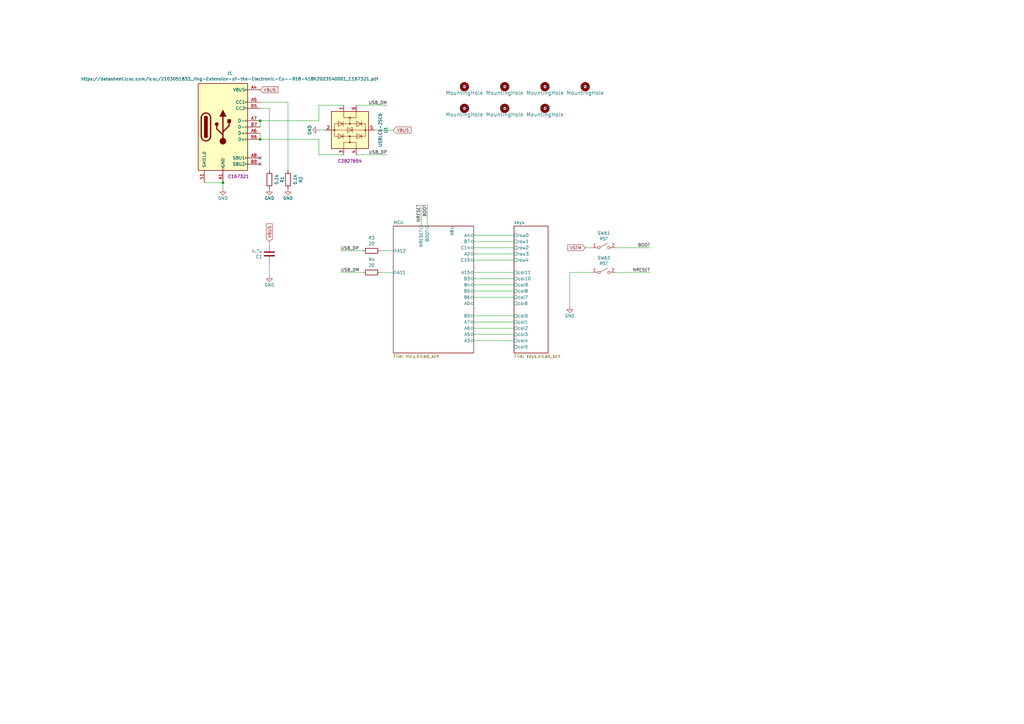
<source format=kicad_sch>
(kicad_sch (version 20211123) (generator eeschema)
  (paper "A3")
  (lib_symbols
    (symbol "Device:C" (pin_numbers hide) (pin_names (offset 0.254))
      (property "Reference" "C" (at 0.635 2.54 0))
      (property "Value" "C" (at 0.635 -2.54 0))
      (symbol "C_0_1"
        (polyline (pts (xy -2.032 -0.762) (xy 2.032 -0.762)) (stroke (width 0.508)))
        (polyline (pts (xy -2.032 0.762) (xy 2.032 0.762)) (stroke (width 0.508)))
      )
      (symbol "C_1_1"
        (pin passive line (at 0 3.81 270) (length 2.794) (name "~") (number "1"))
        (pin passive line (at 0 -3.81 90) (length 2.794) (name "~") (number "2"))
      )
    )
    (symbol "Device:R" (pin_numbers hide) (pin_names (offset 0))
      (property "Reference" "R" (at 2.032 0 90))
      (property "Value" "R" (at 0 0 90))
      (symbol "R_0_1"
        (rectangle (start -1.016 -2.54) (end 1.016 2.54) (stroke (width 0.254)))
      )
      (symbol "R_1_1"
        (pin passive line (at 0 3.81 270) (length 1.27) (name "~") (number "1"))
        (pin passive line (at 0 -3.81 90) (length 1.27) (name "~") (number "2"))
      )
    )
    (symbol "Mechanical:MountingHole" (pin_names (offset 1.016))
      (property "Reference" "H" (at 0 5.08 0))
      (property "Value" "MountingHole" (at 0 3.175 0))
      (symbol "MountingHole_0_1"
        (circle (center 0 0) (radius 1.27) (stroke (width 1.27)))
      )
    )
    (symbol "Power_Protection:USBLC6-2SC6" (pin_names hide)
      (property "Reference" "U" (at 2.54 8.89 0))
      (property "Value" "USBLC6-2SC6" (at 2.54 -8.89 0))
      (symbol "USBLC6-2SC6_0_1"
        (rectangle (start -7.62 -7.62) (end 7.62 7.62) (stroke (width 0.254)) (fill (type background)))
        (circle (center -5.08 0) (radius 0.254) (fill (type outline)))
        (circle (center -2.54 0) (radius 0.254) (fill (type outline)))
        (rectangle (start -2.54 6.35) (end 2.54 -6.35))
        (circle (center 0 -6.35) (radius 0.254) (fill (type outline)))
        (polyline (pts (xy -5.08 -2.54) (xy -7.62 -2.54)))
        (polyline (pts (xy -5.08 0) (xy -5.08 -2.54)))
        (polyline (pts (xy -5.08 2.54) (xy -7.62 2.54)))
        (polyline (pts (xy -1.524 -2.794) (xy -3.556 -2.794)))
        (polyline (pts (xy -1.524 4.826) (xy -3.556 4.826)))
        (polyline (pts (xy 0 -7.62) (xy 0 -6.35)))
        (polyline (pts (xy 0 -6.35) (xy 0 1.27)))
        (polyline (pts (xy 0 1.27) (xy 0 6.35)))
        (polyline (pts (xy 0 6.35) (xy 0 7.62)))
        (polyline (pts (xy 1.524 -2.794) (xy 3.556 -2.794)))
        (polyline (pts (xy 1.524 4.826) (xy 3.556 4.826)))
        (polyline (pts (xy 5.08 -2.54) (xy 7.62 -2.54)))
        (polyline (pts (xy 5.08 0) (xy 5.08 -2.54)))
        (polyline (pts (xy 5.08 2.54) (xy 7.62 2.54)))
        (polyline (pts (xy -2.54 0) (xy -5.08 0) (xy -5.08 2.54)))
        (polyline (pts (xy 2.54 0) (xy 5.08 0) (xy 5.08 2.54)))
        (polyline (pts (xy -3.556 -4.826) (xy -1.524 -4.826) (xy -2.54 -2.794) (xy -3.556 -4.826)))
        (polyline (pts (xy -3.556 2.794) (xy -1.524 2.794) (xy -2.54 4.826) (xy -3.556 2.794)))
        (polyline (pts (xy -1.016 -1.016) (xy 1.016 -1.016) (xy 0 1.016) (xy -1.016 -1.016)))
        (polyline (pts (xy 1.016 1.016) (xy 0.762 1.016) (xy -1.016 1.016) (xy -1.016 0.508)))
        (polyline (pts (xy 3.556 -4.826) (xy 1.524 -4.826) (xy 2.54 -2.794) (xy 3.556 -4.826)))
        (polyline (pts (xy 3.556 2.794) (xy 1.524 2.794) (xy 2.54 4.826) (xy 3.556 2.794)))
        (circle (center 0 6.35) (radius 0.254) (fill (type outline)))
        (circle (center 2.54 0) (radius 0.254) (fill (type outline)))
        (circle (center 5.08 0) (radius 0.254) (fill (type outline)))
      )
      (symbol "USBLC6-2SC6_1_1"
        (pin passive line (at -10.16 -2.54 0) (length 2.54) (name "I/O1") (number "1"))
        (pin passive line (at 0 -10.16 90) (length 2.54) (name "GND") (number "2"))
        (pin passive line (at 10.16 -2.54 180) (length 2.54) (name "I/O2") (number "3"))
        (pin passive line (at 10.16 2.54 180) (length 2.54) (name "I/O2") (number "4"))
        (pin passive line (at 0 10.16 270) (length 2.54) (name "VBUS") (number "5"))
        (pin passive line (at -10.16 2.54 0) (length 2.54) (name "I/O1") (number "6"))
      )
    )
    (symbol "Switch:SW_SPST" (pin_names (offset 0) hide)
      (property "Reference" "SW" (at 0 3.175 0))
      (property "Value" "SW_SPST" (at 0 -2.54 0))
      (symbol "SW_SPST_0_0"
        (circle (center -2.032 0) (radius 0.508))
        (polyline (pts (xy -1.524 0.254) (xy 1.524 1.778)))
        (circle (center 2.032 0) (radius 0.508))
      )
      (symbol "SW_SPST_1_1"
        (pin passive line (at -5.08 0 0) (length 2.54) (name "A") (number "1"))
        (pin passive line (at 5.08 0 180) (length 2.54) (name "B") (number "2"))
      )
    )
    (symbol "main-rescue:USB_C_Receptacle_USB2.0-Connector" (pin_names (offset 1.016))
      (property "Reference" "J" (at -10.16 19.05 0))
      (property "Value" "USB_C_Receptacle_USB2.0-Connector" (at 19.05 19.05 0))
      (symbol "USB_C_Receptacle_USB2.0-Connector_0_0"
        (rectangle (start -0.254 -17.78) (end 0.254 -16.764))
        (rectangle (start 10.16 -14.986) (end 9.144 -15.494))
        (rectangle (start 10.16 -12.446) (end 9.144 -12.954))
        (rectangle (start 10.16 -4.826) (end 9.144 -5.334))
        (rectangle (start 10.16 -2.286) (end 9.144 -2.794))
        (rectangle (start 10.16 0.254) (end 9.144 -0.254))
        (rectangle (start 10.16 2.794) (end 9.144 2.286))
        (rectangle (start 10.16 7.874) (end 9.144 7.366))
        (rectangle (start 10.16 10.414) (end 9.144 9.906))
        (rectangle (start 10.16 15.494) (end 9.144 14.986))
      )
      (symbol "USB_C_Receptacle_USB2.0-Connector_0_1"
        (rectangle (start -10.16 17.78) (end 10.16 -17.78) (stroke (width 0.254)) (fill (type background)))
        (arc (start -8.89 -3.81) (mid -6.985 -5.715) (end -5.08 -3.81) (stroke (width 0.508)))
        (arc (start -7.62 -3.81) (mid -6.985 -4.445) (end -6.35 -3.81) (stroke (width 0.254)))
        (arc (start -7.62 -3.81) (mid -6.985 -4.445) (end -6.35 -3.81) (stroke (width 0.254)) (fill (type outline)))
        (rectangle (start -7.62 -3.81) (end -6.35 3.81) (stroke (width 0.254)) (fill (type outline)))
        (arc (start -6.35 3.81) (mid -6.985 4.445) (end -7.62 3.81) (stroke (width 0.254)))
        (arc (start -6.35 3.81) (mid -6.985 4.445) (end -7.62 3.81) (stroke (width 0.254)) (fill (type outline)))
        (arc (start -5.08 3.81) (mid -6.985 5.715) (end -8.89 3.81) (stroke (width 0.508)))
        (circle (center -2.54 1.143) (radius 0.635) (stroke (width 0.254)) (fill (type outline)))
        (circle (center 0 -5.842) (radius 1.27) (fill (type outline)))
        (polyline (pts (xy -8.89 -3.81) (xy -8.89 3.81)) (stroke (width 0.508)))
        (polyline (pts (xy -5.08 3.81) (xy -5.08 -3.81)) (stroke (width 0.508)))
        (polyline (pts (xy 0 -5.842) (xy 0 4.318)) (stroke (width 0.508)))
        (polyline (pts (xy 0 -3.302) (xy -2.54 -0.762) (xy -2.54 0.508)) (stroke (width 0.508)))
        (polyline (pts (xy 0 -2.032) (xy 2.54 0.508) (xy 2.54 1.778)) (stroke (width 0.508)))
        (polyline (pts (xy -1.27 4.318) (xy 0 6.858) (xy 1.27 4.318) (xy -1.27 4.318)) (stroke (width 0.254)) (fill (type outline)))
        (rectangle (start 1.905 1.778) (end 3.175 3.048) (stroke (width 0.254)) (fill (type outline)))
      )
      (symbol "USB_C_Receptacle_USB2.0-Connector_1_1"
        (pin power_in line (at 0 -22.86 90) (length 5.08) (name "GND") (number "A1"))
        (pin passive line (at 0 -22.86 90) (length 5.08) hide (name "GND") (number "A12"))
        (pin power_in line (at 15.24 15.24 180) (length 5.08) (name "VBUS") (number "A4"))
        (pin bidirectional line (at 15.24 10.16 180) (length 5.08) (name "CC1") (number "A5"))
        (pin bidirectional line (at 15.24 -2.54 180) (length 5.08) (name "D+") (number "A6"))
        (pin bidirectional line (at 15.24 2.54 180) (length 5.08) (name "D-") (number "A7"))
        (pin bidirectional line (at 15.24 -12.7 180) (length 5.08) (name "SBU1") (number "A8"))
        (pin passive line (at 15.24 15.24 180) (length 5.08) hide (name "VBUS") (number "A9"))
        (pin passive line (at 0 -22.86 90) (length 5.08) hide (name "GND") (number "B1"))
        (pin passive line (at 0 -22.86 90) (length 5.08) hide (name "GND") (number "B12"))
        (pin passive line (at 15.24 15.24 180) (length 5.08) hide (name "VBUS") (number "B4"))
        (pin bidirectional line (at 15.24 7.62 180) (length 5.08) (name "CC2") (number "B5"))
        (pin bidirectional line (at 15.24 -5.08 180) (length 5.08) (name "D+") (number "B6"))
        (pin bidirectional line (at 15.24 0 180) (length 5.08) (name "D-") (number "B7"))
        (pin bidirectional line (at 15.24 -15.24 180) (length 5.08) (name "SBU2") (number "B8"))
        (pin passive line (at 15.24 15.24 180) (length 5.08) hide (name "VBUS") (number "B9"))
        (pin passive line (at -7.62 -22.86 90) (length 5.08) (name "SHIELD") (number "S1"))
      )
    )
    (symbol "power:GND" (power) (pin_names (offset 0))
      (property "Value" "GND" (at 0 -3.81 0))
      (symbol "GND_0_1"
        (polyline (pts (xy 0 0) (xy 0 -1.27) (xy 1.27 -1.27) (xy 0 -2.54) (xy -1.27 -1.27) (xy 0 -1.27)))
      )
      (symbol "GND_1_1"
        (pin power_in line (at 0 0 270) (length 0) hide (name "GND") (number "1"))
      )
    )
  )
  (junction (at 106.68 57.15))
  (junction (at 106.68 49.53))
  (junction (at 91.44 74.93))
  (no_connect (at 106.68 67.31))
  (no_connect (at 106.68 64.77))
  (wire (pts (xy 194.31 101.6) (xy 210.82 101.6)))
  (wire (pts (xy 194.31 119.38) (xy 210.82 119.38)))
  (wire (pts (xy 83.82 74.93) (xy 91.44 74.93)))
  (wire (pts (xy 194.31 106.68) (xy 210.82 106.68)))
  (wire (pts (xy 110.49 44.45) (xy 106.68 44.45)))
  (wire (pts (xy 194.31 137.16) (xy 210.82 137.16)))
  (wire (pts (xy 118.11 69.85) (xy 118.11 41.91)))
  (wire (pts (xy 194.31 129.54) (xy 210.82 129.54)))
  (wire (pts (xy 91.44 74.93) (xy 91.44 77.47)))
  (wire (pts (xy 194.31 132.08) (xy 210.82 132.08)))
  (wire (pts (xy 133.35 53.34) (xy 130.81 53.34)))
  (wire (pts (xy 130.81 57.15) (xy 130.81 63.5)))
  (wire (pts (xy 146.05 63.5) (xy 158.75 63.5)))
  (wire (pts (xy 194.31 134.62) (xy 210.82 134.62)))
  (wire (pts (xy 194.31 96.52) (xy 210.82 96.52)))
  (wire (pts (xy 118.11 41.91) (xy 106.68 41.91)))
  (wire (pts (xy 194.31 139.7) (xy 210.82 139.7)))
  (wire (pts (xy 130.81 63.5) (xy 140.97 63.5)))
  (wire (pts (xy 106.68 57.15) (xy 130.81 57.15)))
  (wire (pts (xy 194.31 99.06) (xy 210.82 99.06)))
  (wire (pts (xy 130.81 49.53) (xy 130.81 43.18)))
  (wire (pts (xy 156.21 111.76) (xy 161.29 111.76)))
  (wire (pts (xy 242.57 101.6) (xy 240.03 101.6)))
  (wire (pts (xy 148.59 111.76) (xy 139.7 111.76)))
  (wire (pts (xy 194.31 116.84) (xy 210.82 116.84)))
  (wire (pts (xy 252.73 111.76) (xy 266.7 111.76)))
  (wire (pts (xy 252.73 101.6) (xy 266.7 101.6)))
  (wire (pts (xy 194.31 114.3) (xy 210.82 114.3)))
  (wire (pts (xy 106.68 54.61) (xy 106.68 57.15)))
  (wire (pts (xy 161.29 53.34) (xy 153.67 53.34)))
  (wire (pts (xy 110.49 113.03) (xy 110.49 107.95)))
  (wire (pts (xy 194.31 121.92) (xy 210.82 121.92)))
  (wire (pts (xy 175.26 83.82) (xy 175.26 92.71)))
  (wire (pts (xy 172.72 83.82) (xy 172.72 92.71)))
  (wire (pts (xy 130.81 43.18) (xy 140.97 43.18)))
  (wire (pts (xy 146.05 43.18) (xy 158.75 43.18)))
  (wire (pts (xy 242.57 111.76) (xy 233.68 111.76)))
  (wire (pts (xy 110.49 69.85) (xy 110.49 44.45)))
  (wire (pts (xy 194.31 104.14) (xy 210.82 104.14)))
  (wire (pts (xy 106.68 49.53) (xy 130.81 49.53)))
  (wire (pts (xy 139.7 102.87) (xy 148.59 102.87)))
  (wire (pts (xy 161.29 102.87) (xy 156.21 102.87)))
  (wire (pts (xy 110.49 99.06) (xy 110.49 100.33)))
  (wire (pts (xy 106.68 52.07) (xy 106.68 49.53)))
  (wire (pts (xy 194.31 111.76) (xy 210.82 111.76)))
  (wire (pts (xy 233.68 125.73) (xy 233.68 111.76)))
  (label "NRESET" (at 172.72 83.82 270))
  (label "BOOT" (at 175.26 83.82 270))
  (label "BOOT" (at 266.7 101.6 180))
  (label "USB_DM" (at 158.75 43.18 180))
  (label "USB_DM" (at 139.7 111.76 0))
  (label "USB_DP" (at 139.7 102.87 0))
  (label "NRESET" (at 266.7 111.76 180))
  (label "USB_DP" (at 158.75 63.5 180))
  (global_label "VBUS" (shape input) (at 106.68 36.83 0) (property "Intersheet References" "${INTERSHEET_REFS}" (effects hide)))
  (global_label "VSTM" (shape input) (at 240.03 101.6 180) (property "Intersheet References" "${INTERSHEET_REFS}" (effects hide)))
  (global_label "VBUS" (shape input) (at 110.49 99.06 90) (property "Intersheet References" "${INTERSHEET_REFS}" (effects hide)))
  (global_label "VBUS" (shape input) (at 161.29 53.34 0) (property "Intersheet References" "${INTERSHEET_REFS}" (effects hide)))
  (symbol (lib_id "Mechanical:MountingHole") (at 190.5 44.45 0) (unit 1)
    (property "Reference" "TH5" (at 190.5 44.45 0) (effects (font (size 1.524 1.524))))
    (property "Value" "MountingHole" (at 190.5 46.99 0) (effects (font (size 1.524 1.524))))
    (property "Footprint" "Mounting_Wuerth:Mounting_Wuerth_WA-SMSR-3.2mm_H5.1mm_ReverseMount_9775051960" (effects hide))
    (property "Datasheet" "~" (at 190.5 44.45 0) (effects (font (size 1.524 1.524))))
  )
  (symbol (lib_id "Mechanical:MountingHole") (at 207.01 44.45 0) (unit 1)
    (property "Reference" "TH6" (at 207.01 44.45 0) (effects (font (size 1.524 1.524))))
    (property "Value" "MountingHole" (at 207.01 46.99 0) (effects (font (size 1.524 1.524))))
    (property "Footprint" "Mounting_Wuerth:Mounting_Wuerth_WA-SMSR-3.2mm_H5.1mm_ReverseMount_9775051960" (effects hide))
    (property "Datasheet" "~" (at 207.01 44.45 0) (effects (font (size 1.524 1.524))))
  )
  (symbol (lib_id "Mechanical:MountingHole") (at 223.52 44.45 0) (unit 1)
    (property "Reference" "TH7" (at 223.52 44.45 0) (effects (font (size 1.524 1.524))))
    (property "Value" "MountingHole" (at 223.52 46.99 0) (effects (font (size 1.524 1.524))))
    (property "Footprint" "Mounting_Wuerth:Mounting_Wuerth_WA-SMSR-3.2mm_H5.1mm_ReverseMount_9775051960" (effects hide))
    (property "Datasheet" "~" (at 223.52 44.45 0) (effects (font (size 1.524 1.524))))
  )
  (symbol (lib_id "power:GND") (at 91.44 77.47 0) (unit 1)
    (property "Reference" "#PWR02" (effects hide))
    (property "Value" "GND" (at 91.44 81.28 0))
  )
  (symbol (lib_id "Mechanical:MountingHole") (at 190.5 35.56 0) (unit 1)
    (property "Reference" "TH1" (at 190.5 35.56 0) (effects (font (size 1.524 1.524))))
    (property "Value" "MountingHole" (at 190.5 38.1 0) (effects (font (size 1.524 1.524))))
    (property "Footprint" "Mounting_Wuerth:Mounting_Wuerth_WA-SMSR-3.2mm_H5.1mm_ReverseMount_9775051960" (effects hide))
    (property "Datasheet" "~" (at 190.5 35.56 0) (effects (font (size 1.524 1.524))))
  )
  (symbol (lib_id "Mechanical:MountingHole") (at 223.52 35.56 0) (unit 1)
    (property "Reference" "TH3" (at 223.52 35.56 0) (effects (font (size 1.524 1.524))))
    (property "Value" "MountingHole" (at 223.52 38.1 0) (effects (font (size 1.524 1.524))))
    (property "Footprint" "Mounting_Wuerth:Mounting_Wuerth_WA-SMSR-3.2mm_H5.1mm_ReverseMount_9775051960" (effects hide))
    (property "Datasheet" "~" (at 223.52 35.56 0) (effects (font (size 1.524 1.524))))
  )
  (symbol (lib_id "Mechanical:MountingHole") (at 240.03 35.56 0) (unit 1)
    (property "Reference" "TH4" (at 240.03 35.56 0) (effects (font (size 1.524 1.524))))
    (property "Value" "MountingHole" (at 240.03 38.1 0) (effects (font (size 1.524 1.524))))
    (property "Footprint" "Mounting_Wuerth:Mounting_Wuerth_WA-SMSR-3.2mm_H5.1mm_ReverseMount_9775051960" (effects hide))
    (property "Datasheet" "~" (at 240.03 35.56 0) (effects (font (size 1.524 1.524))))
  )
  (symbol (lib_id "Mechanical:MountingHole") (at 207.01 35.56 0) (unit 1)
    (property "Reference" "TH2" (at 207.01 35.56 0) (effects (font (size 1.524 1.524))))
    (property "Value" "MountingHole" (at 207.01 38.1 0) (effects (font (size 1.524 1.524))))
    (property "Footprint" "Mounting_Wuerth:Mounting_Wuerth_WA-SMSR-3.2mm_H5.1mm_ReverseMount_9775051960" (effects hide))
    (property "Datasheet" "~" (at 207.01 35.56 0) (effects (font (size 1.524 1.524))))
  )
  (symbol (lib_id "Device:R") (at 152.4 111.76 270) (unit 1)
    (property "Reference" "R4" (at 152.4 106.5022 90))
    (property "Value" "20" (at 152.4 108.8136 90))
    (property "Footprint" "Resistor_SMD:R_0603_1608Metric" (effects hide))
    (property "LCSC" "C22950" (effects hide))
  )
  (symbol (lib_id "Device:R") (at 152.4 102.87 270) (unit 1)
    (property "Reference" "R3" (at 152.4 97.6122 90))
    (property "Value" "20" (at 152.4 99.9236 90))
    (property "Footprint" "Resistor_SMD:R_0603_1608Metric" (effects hide))
    (property "LCSC" "C22950" (effects hide))
  )
  (symbol (lib_id "main-rescue:USB_C_Receptacle_USB2.0-Connector") (at 91.44 52.07 0) (unit 1)
    (property "Reference" "J1" (at 94.1578 30.0482 0))
    (property "Value" "https://datasheet.lcsc.com/lcsc/2103051833_Jing-Extension-of-the-Electronic-Co--918-418K2023S40001_C167321.pdf" (at 94.1578 32.3596 0))
    (property "Footprint" "Connector_USB:USB_C_Receptacle_XKB_U262-16XN-4BVC11" (effects hide))
    (property "Datasheet" "https://www.usb.org/sites/default/files/documents/usb_type-c.zip" (effects hide))
    (property "LCSC" "C167321" (at 97.79 72.39 0))
  )
  (symbol (lib_id "Device:R") (at 110.49 73.66 180) (unit 1)
    (property "Reference" "R1" (at 115.7478 73.66 90))
    (property "Value" "5.1k" (at 113.4364 73.66 90))
    (property "Footprint" "Resistor_SMD:R_0603_1608Metric" (effects hide))
    (property "LCSC" "C23186" (effects hide))
  )
  (symbol (lib_id "power:GND") (at 110.49 77.47 0) (unit 1)
    (property "Reference" "#PWR03" (effects hide))
    (property "Value" "GND" (at 110.49 81.28 0))
  )
  (symbol (lib_id "power:GND") (at 118.11 77.47 0) (unit 1)
    (property "Reference" "#PWR04" (effects hide))
    (property "Value" "GND" (at 118.11 81.28 0))
  )
  (symbol (lib_id "Device:R") (at 118.11 73.66 180) (unit 1)
    (property "Reference" "R2" (at 123.3678 73.66 90))
    (property "Value" "5.1k" (at 121.0564 73.66 90))
    (property "Footprint" "Resistor_SMD:R_0603_1608Metric" (effects hide))
    (property "LCSC" "C23186" (effects hide))
  )
  (symbol (lib_id "Device:C") (at 110.49 104.14 180) (unit 1)
    (property "Reference" "C1" (at 107.569 105.3084 0) (effects (justify left)))
    (property "Value" "4.7u" (at 107.569 102.997 0) (effects (justify left)))
    (property "Footprint" "Capacitor_SMD:C_0603_1608Metric" (effects hide))
    (property "LCSC" "C19666" (effects hide))
  )
  (symbol (lib_id "power:GND") (at 110.49 113.03 0) (unit 1)
    (property "Reference" "#PWR05" (effects hide))
    (property "Value" "GND" (at 110.49 116.84 0))
  )
  (symbol (lib_id "Switch:SW_SPST") (at 247.65 111.76 0) (unit 1)
    (property "Reference" "SW62" (at 247.65 105.791 0))
    (property "Value" "RST" (at 247.65 108.1024 0))
    (property "Footprint" "Button_Switch_SMD:SW_SPST_TL3342" (effects hide))
    (property "LCSC" "C318884" (effects hide))
  )
  (symbol (lib_id "power:GND") (at 233.68 125.73 0) (unit 1)
    (property "Reference" "#PWR06" (effects hide))
    (property "Value" "GND" (at 233.68 129.54 0))
  )
  (symbol (lib_id "Power_Protection:USBLC6-2SC6") (at 143.51 53.34 270) (unit 1)
    (property "Reference" "U1" (at 158.2674 53.34 0))
    (property "Value" "USBLC6-2SC6" (at 155.956 53.34 0))
    (property "Footprint" "Package_TO_SOT_SMD:SOT-23-6" (effects hide))
    (property "Datasheet" "https://www.st.com/resource/en/datasheet/usblc6-2.pdf" (effects hide))
    (property "LCSC" "C2827654" (at 143.51 66.04 90))
  )
  (symbol (lib_id "power:GND") (at 130.81 53.34 270) (unit 1)
    (property "Reference" "#PWR01" (effects hide))
    (property "Value" "GND" (at 127 53.34 0))
  )
  (symbol (lib_id "Switch:SW_SPST") (at 247.65 101.6 0) (unit 1)
    (property "Reference" "SW61" (at 247.65 95.631 0))
    (property "Value" "RST" (at 247.65 97.9424 0))
    (property "Footprint" "Button_Switch_SMD:SW_SPST_TL3342" (effects hide))
    (property "LCSC" "C318884" (effects hide))
  )
  (sheet (at 210.82 92.71) (size 13.97 52.07)
    (property "Sheet name" "keys" (at 210.82 91.9984 0) (effects (justify left bottom)))
    (property "Sheet file" "keys.kicad_sch" (at 210.82 145.3646 0) (effects (justify left top)))
    (pin "row0" passive (at 210.82 96.52 180))
    (pin "row1" passive (at 210.82 99.06 180))
    (pin "row2" passive (at 210.82 101.6 180))
    (pin "row3" passive (at 210.82 104.14 180))
    (pin "row4" passive (at 210.82 106.68 180))
    (pin "col0" passive (at 210.82 129.54 180))
    (pin "col1" passive (at 210.82 132.08 180))
    (pin "col2" passive (at 210.82 134.62 180))
    (pin "col3" passive (at 210.82 137.16 180))
    (pin "col4" passive (at 210.82 139.7 180))
    (pin "col5" passive (at 210.82 142.24 180))
    (pin "col6" passive (at 210.82 124.46 180))
    (pin "col7" passive (at 210.82 121.92 180))
    (pin "col8" passive (at 210.82 119.38 180))
    (pin "col9" passive (at 210.82 116.84 180))
    (pin "col10" passive (at 210.82 114.3 180))
    (pin "col11" passive (at 210.82 111.76 180))
  )
  (sheet (at 161.29 92.71) (size 33.02 52.07) (stroke (width 0.1524))
    (property "Sheet name" "MCU" (at 161.29 91.9984 0) (effects (justify left bottom)))
    (property "Sheet file" "mcu.kicad_sch" (at 161.29 145.3646 0) (effects (justify left top)))
    (pin "A7" bidirectional (at 194.31 132.08 0))
    (pin "A8" bidirectional (at 185.42 92.71 90))
    (pin "A4" bidirectional (at 194.31 96.52 0))
    (pin "A0" bidirectional (at 194.31 124.46 0))
    (pin "A2" bidirectional (at 194.31 104.14 0))
    (pin "A12" bidirectional (at 161.29 102.87 180))
    (pin "A15" bidirectional (at 194.31 111.76 0))
    (pin "BOOT" input (at 175.26 92.71 90))
    (pin "C14" bidirectional (at 194.31 101.6 0))
    (pin "NRESET" input (at 172.72 92.71 90))
    (pin "C15" bidirectional (at 194.31 106.68 0))
    (pin "B5" bidirectional (at 194.31 119.38 0))
    (pin "B7" bidirectional (at 194.31 99.06 0))
    (pin "B3" bidirectional (at 194.31 114.3 0))
    (pin "A11" bidirectional (at 161.29 111.76 180))
    (pin "A6" bidirectional (at 194.31 134.62 0))
    (pin "A5" bidirectional (at 194.31 137.16 0))
    (pin "B6" bidirectional (at 194.31 121.92 0))
    (pin "B0" bidirectional (at 194.31 129.54 0))
    (pin "B4" bidirectional (at 194.31 116.84 0))
    (pin "A3" bidirectional (at 194.31 139.7 0))
  )
)
</source>
